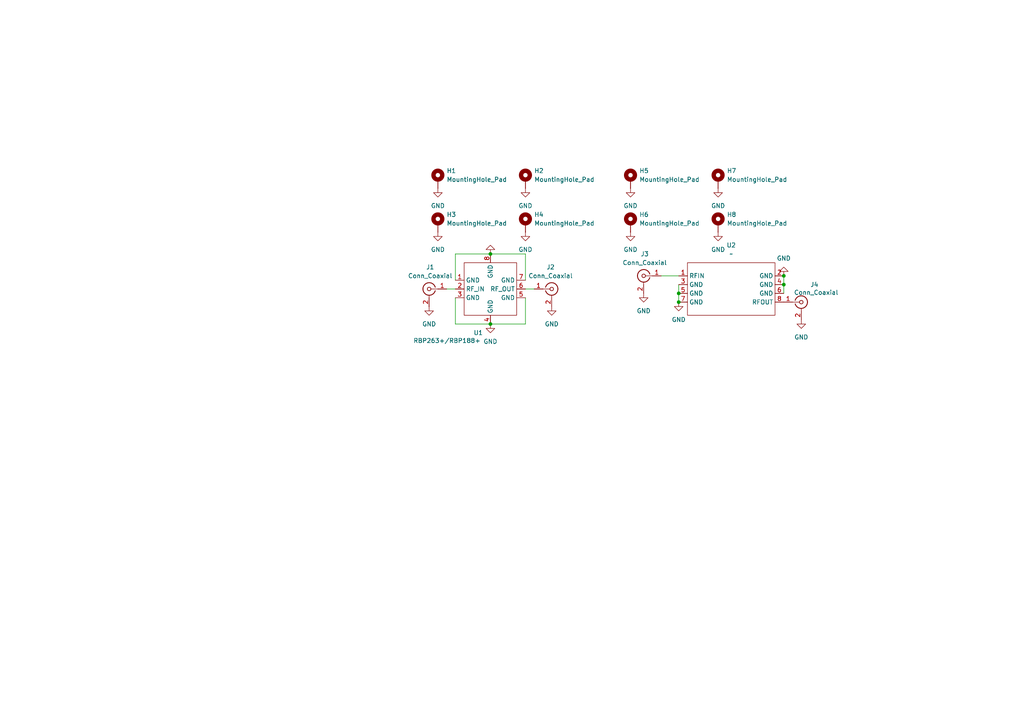
<source format=kicad_sch>
(kicad_sch (version 20250114) (generator "eeschema") (generator_version "9.0")
  (paper "A4")
  (lib_symbols
    (symbol "Connector:Conn_Coaxial" (pin_names (offset 1.016) (hide yes))
      (property "Reference" "J" (at 0.254 3.048 0))
      (property "Value" "Conn_Coaxial" (at 2.921 0 90))
      (symbol "Conn_Coaxial_0_1"
        (polyline (pts (xy -2.54 0) (xy -0.508 0)))
        (arc (start 1.778 0) (mid 0.222 -1.8079) (end -1.778 -0.508) (stroke (width 0.254)))
        (arc (start -1.778 0.508) (mid 0.2221 1.8084) (end 1.778 0) (stroke (width 0.254)))
        (circle (center 0 0) (radius 0.508) (stroke (width 0.2032)))
        (polyline (pts (xy 0 -2.54) (xy 0 -1.778)))
      )
      (symbol "Conn_Coaxial_1_1"
        (pin passive line (at -5.08 0 0) (length 2.54) (name "In") (number "1"))
        (pin passive line (at 0 -5.08 90) (length 2.54) (name "Ext") (number "2"))
      )
    )
    (symbol "Mechanical:MountingHole_Pad" (pin_numbers (hide yes)) (pin_names (offset 1.016) (hide yes)) (in_bom no)
      (property "Reference" "H" (at 0 6.35 0))
      (property "Value" "MountingHole_Pad" (at 0 4.445 0))
      (symbol "MountingHole_Pad_0_1"
        (circle (center 0 1.27) (radius 1.27) (stroke (width 1.27)))
      )
      (symbol "MountingHole_Pad_1_1"
        (pin input line (at 0 -2.54 90) (length 2.54) (name "1") (number "1"))
      )
    )
    (symbol "minicircuits:BSF-108+"
      (property "Reference" "U" (at 0.254 8.89 0))
      (symbol "BSF-108+_0_1"
        (rectangle (start -12.7 7.62) (end 12.7 -7.62))
      )
      (symbol "BSF-108+_1_1"
        (pin input line (at -15.24 3.81 0) (length 2.54) (name "RFIN") (number "1"))
        (pin input line (at -15.24 1.27 0) (length 2.54) (name "GND") (number "3"))
        (pin input line (at -15.24 -1.27 0) (length 2.54) (name "GND") (number "5"))
        (pin input line (at -15.24 -3.81 0) (length 2.54) (name "GND") (number "7"))
        (pin input line (at 15.24 3.81 180) (length 2.54) (name "GND") (number "2"))
        (pin input line (at 15.24 1.27 180) (length 2.54) (name "GND") (number "4"))
        (pin input line (at 15.24 -1.27 180) (length 2.54) (name "GND") (number "6"))
        (pin output line (at 15.24 -3.81 180) (length 2.54) (name "RFOUT") (number "8"))
      )
    )
    (symbol "minicircuits:RBP263+"
      (property "Reference" "U" (at -5.08 9.906 0))
      (symbol "RBP263+_0_1"
        (rectangle (start -7.62 7.62) (end 7.62 -7.62))
      )
      (symbol "RBP263+_1_1"
        (pin input line (at -10.16 0 0) (length 2.54) (name "GND") (number "8"))
        (pin input line (at -2.54 10.16 270) (length 2.54) (name "GND") (number "7"))
        (pin input line (at -2.54 -10.16 90) (length 2.54) (name "GND") (number "1"))
        (pin input line (at 0 10.16 270) (length 2.54) (name "RF_OUT") (number "6"))
        (pin input line (at 0 -10.16 90) (length 2.54) (name "RF_IN") (number "2"))
        (pin input line (at 2.54 10.16 270) (length 2.54) (name "GND") (number "5"))
        (pin input line (at 2.54 -10.16 90) (length 2.54) (name "GND") (number "3"))
        (pin input line (at 10.16 0 180) (length 2.54) (name "GND") (number "4"))
      )
    )
    (symbol "power:GND" (power) (pin_numbers (hide yes)) (pin_names (offset 0) (hide yes))
      (property "Value" "GND" (at 0 -3.81 0))
      (symbol "GND_0_1"
        (polyline (pts (xy 0 0) (xy 0 -1.27) (xy 1.27 -1.27) (xy 0 -2.54) (xy -1.27 -1.27) (xy 0 -1.27)))
      )
      (symbol "GND_1_1"
        (pin power_in line (at 0 0 270) (length 0) (name "~") (number "1"))
      )
    )
  )
  (junction (at 196.85 87.63))
  (junction (at 142.24 73.66))
  (junction (at 196.85 85.09))
  (junction (at 227.33 80.01))
  (junction (at 227.33 82.55))
  (junction (at 142.24 93.98))
  (wire (pts (xy 129.54 83.82) (xy 132.08 83.82)))
  (wire (pts (xy 191.77 80.01) (xy 196.85 80.01)))
  (wire (pts (xy 152.4 86.36) (xy 152.4 93.98)))
  (wire (pts (xy 152.4 93.98) (xy 142.24 93.98)))
  (wire (pts (xy 132.08 73.66) (xy 142.24 73.66)))
  (wire (pts (xy 227.33 80.01) (xy 227.33 82.55)))
  (wire (pts (xy 196.85 85.09) (xy 196.85 87.63)))
  (wire (pts (xy 152.4 73.66) (xy 142.24 73.66)))
  (wire (pts (xy 132.08 81.28) (xy 132.08 73.66)))
  (wire (pts (xy 132.08 93.98) (xy 132.08 86.36)))
  (wire (pts (xy 196.85 82.55) (xy 196.85 85.09)))
  (wire (pts (xy 142.24 93.98) (xy 132.08 93.98)))
  (wire (pts (xy 227.33 82.55) (xy 227.33 85.09)))
  (wire (pts (xy 152.4 81.28) (xy 152.4 73.66)))
  (wire (pts (xy 152.4 83.82) (xy 154.94 83.82)))
  (symbol (lib_id "power:GND") (at 160.02 88.9 0) (unit 1)
    (property "Reference" "#PWR04" (effects (hide yes)))
    (property "Value" "GND" (at 160.02 93.98 0))
    (property "Description" "Power symbol creates a global label with name \"GND\" , ground" (effects (hide yes)))
  )
  (symbol (lib_id "power:GND") (at 182.88 67.31 0) (unit 1)
    (property "Reference" "#PWR010" (effects (hide yes)))
    (property "Value" "GND" (at 182.88 72.39 0))
    (property "Description" "Power symbol creates a global label with name \"GND\" , ground" (effects (hide yes)))
  )
  (symbol (lib_id "power:GND") (at 208.28 54.61 0) (unit 1)
    (property "Reference" "#PWR012" (effects (hide yes)))
    (property "Value" "GND" (at 208.28 59.69 0))
    (property "Description" "Power symbol creates a global label with name \"GND\" , ground" (effects (hide yes)))
  )
  (symbol (lib_id "minicircuits:BSF-108+") (at 212.09 83.82 0) (unit 1)
    (property "Reference" "U2" (at 212.09 71.12 0))
    (property "Value" "~" (at 212.09 73.66 0))
    (property "Footprint" "minickts_kicad:Mini-Circuits_HF1139_LandPatternPL-230" (effects (hide yes)))
  )
  (symbol (lib_id "power:GND") (at 208.28 67.31 0) (unit 1)
    (property "Reference" "#PWR013" (effects (hide yes)))
    (property "Value" "GND" (at 208.28 72.39 0))
    (property "Description" "Power symbol creates a global label with name \"GND\" , ground" (effects (hide yes)))
  )
  (symbol (lib_id "power:GND") (at 127 54.61 0) (unit 1)
    (property "Reference" "#PWR05" (effects (hide yes)))
    (property "Value" "GND" (at 127 59.69 0))
    (property "Description" "Power symbol creates a global label with name \"GND\" , ground" (effects (hide yes)))
  )
  (symbol (lib_id "power:GND") (at 186.69 85.09 0) (unit 1)
    (property "Reference" "#PWR015" (effects (hide yes)))
    (property "Value" "GND" (at 186.69 90.17 0))
    (property "Description" "Power symbol creates a global label with name \"GND\" , ground" (effects (hide yes)))
  )
  (symbol (lib_id "power:GND") (at 227.33 80.01 180) (unit 1)
    (property "Reference" "#PWR011" (effects (hide yes)))
    (property "Value" "GND" (at 227.33 74.93 0))
    (property "Description" "Power symbol creates a global label with name \"GND\" , ground" (effects (hide yes)))
  )
  (symbol (lib_id "Mechanical:MountingHole_Pad") (at 127 64.77 0) (unit 1) (in_bom no)
    (property "Reference" "H3" (at 129.54 62.2299 0) (effects (justify left)))
    (property "Value" "MountingHole_Pad" (at 129.54 64.7699 0) (effects (justify left)))
    (property "Footprint" "MountingHole:MountingHole_2.2mm_M2_DIN965_Pad" (effects (hide yes)))
    (property "Description" "Mounting Hole with connection" (effects (hide yes)))
  )
  (symbol (lib_id "power:GND") (at 196.85 87.63 0) (unit 1)
    (property "Reference" "#PWR014" (effects (hide yes)))
    (property "Value" "GND" (at 196.85 92.71 0))
    (property "Description" "Power symbol creates a global label with name \"GND\" , ground" (effects (hide yes)))
  )
  (symbol (lib_id "power:GND") (at 152.4 67.31 0) (unit 1)
    (property "Reference" "#PWR07" (effects (hide yes)))
    (property "Value" "GND" (at 152.4 72.39 0))
    (property "Description" "Power symbol creates a global label with name \"GND\" , ground" (effects (hide yes)))
  )
  (symbol (lib_id "Mechanical:MountingHole_Pad") (at 208.28 52.07 0) (unit 1) (in_bom no)
    (property "Reference" "H7" (at 210.82 49.5299 0) (effects (justify left)))
    (property "Value" "MountingHole_Pad" (at 210.82 52.0699 0) (effects (justify left)))
    (property "Footprint" "MountingHole:MountingHole_2.2mm_M2_DIN965_Pad" (effects (hide yes)))
    (property "Description" "Mounting Hole with connection" (effects (hide yes)))
  )
  (symbol (lib_id "Connector:Conn_Coaxial") (at 160.02 83.82 0) (unit 1)
    (property "Reference" "J2" (at 159.7026 77.47 0))
    (property "Value" "Conn_Coaxial" (at 159.7026 80.01 0))
    (property "Footprint" "Connector_Coaxial:SMA_Amphenol_132289_EdgeMount" (effects (hide yes)))
    (property "Description" "coaxial connector (BNC, SMA, SMB, SMC, Cinch/RCA, LEMO, ...)" (effects (hide yes)))
  )
  (symbol (lib_id "Connector:Conn_Coaxial") (at 232.41 87.63 0) (unit 1)
    (property "Reference" "J4" (at 236.22 82.55 0))
    (property "Value" "Conn_Coaxial" (at 236.728 84.836 0))
    (property "Footprint" "Connector_Coaxial:SMA_Amphenol_132289_EdgeMount" (effects (hide yes)))
    (property "Description" "coaxial connector (BNC, SMA, SMB, SMC, Cinch/RCA, LEMO, ...)" (effects (hide yes)))
  )
  (symbol (lib_id "Mechanical:MountingHole_Pad") (at 127 52.07 0) (unit 1) (in_bom no)
    (property "Reference" "H1" (at 129.54 49.5299 0) (effects (justify left)))
    (property "Value" "MountingHole_Pad" (at 129.54 52.0699 0) (effects (justify left)))
    (property "Footprint" "MountingHole:MountingHole_2.2mm_M2_DIN965_Pad" (effects (hide yes)))
    (property "Description" "Mounting Hole with connection" (effects (hide yes)))
  )
  (symbol (lib_id "Mechanical:MountingHole_Pad") (at 208.28 64.77 0) (unit 1) (in_bom no)
    (property "Reference" "H8" (at 210.82 62.2299 0) (effects (justify left)))
    (property "Value" "MountingHole_Pad" (at 210.82 64.7699 0) (effects (justify left)))
    (property "Footprint" "MountingHole:MountingHole_2.2mm_M2_DIN965_Pad" (effects (hide yes)))
    (property "Description" "Mounting Hole with connection" (effects (hide yes)))
  )
  (symbol (lib_id "power:GND") (at 142.24 93.98 0) (unit 1)
    (property "Reference" "#PWR01" (effects (hide yes)))
    (property "Value" "GND" (at 142.24 99.06 0))
    (property "Description" "Power symbol creates a global label with name \"GND\" , ground" (effects (hide yes)))
  )
  (symbol (lib_id "power:GND") (at 127 67.31 0) (unit 1)
    (property "Reference" "#PWR06" (effects (hide yes)))
    (property "Value" "GND" (at 127 72.39 0))
    (property "Description" "Power symbol creates a global label with name \"GND\" , ground" (effects (hide yes)))
  )
  (symbol (lib_id "Mechanical:MountingHole_Pad") (at 152.4 52.07 0) (unit 1) (in_bom no)
    (property "Reference" "H2" (at 154.94 49.5299 0) (effects (justify left)))
    (property "Value" "MountingHole_Pad" (at 154.94 52.0699 0) (effects (justify left)))
    (property "Footprint" "MountingHole:MountingHole_2.2mm_M2_DIN965_Pad" (effects (hide yes)))
    (property "Description" "Mounting Hole with connection" (effects (hide yes)))
  )
  (symbol (lib_id "power:GND") (at 124.46 88.9 0) (unit 1)
    (property "Reference" "#PWR03" (effects (hide yes)))
    (property "Value" "GND" (at 124.46 93.98 0))
    (property "Description" "Power symbol creates a global label with name \"GND\" , ground" (effects (hide yes)))
  )
  (symbol (lib_id "power:GND") (at 182.88 54.61 0) (unit 1)
    (property "Reference" "#PWR09" (effects (hide yes)))
    (property "Value" "GND" (at 182.88 59.69 0))
    (property "Description" "Power symbol creates a global label with name \"GND\" , ground" (effects (hide yes)))
  )
  (symbol (lib_id "Mechanical:MountingHole_Pad") (at 152.4 64.77 0) (unit 1) (in_bom no)
    (property "Reference" "H4" (at 154.94 62.2299 0) (effects (justify left)))
    (property "Value" "MountingHole_Pad" (at 154.94 64.7699 0) (effects (justify left)))
    (property "Footprint" "MountingHole:MountingHole_2.2mm_M2_DIN965_Pad" (effects (hide yes)))
    (property "Description" "Mounting Hole with connection" (effects (hide yes)))
  )
  (symbol (lib_id "Mechanical:MountingHole_Pad") (at 182.88 64.77 0) (unit 1) (in_bom no)
    (property "Reference" "H6" (at 185.42 62.2299 0) (effects (justify left)))
    (property "Value" "MountingHole_Pad" (at 185.42 64.7699 0) (effects (justify left)))
    (property "Footprint" "MountingHole:MountingHole_2.2mm_M2_DIN965_Pad" (effects (hide yes)))
    (property "Description" "Mounting Hole with connection" (effects (hide yes)))
  )
  (symbol (lib_id "power:GND") (at 142.24 73.66 180) (unit 1)
    (property "Reference" "#PWR02" (effects (hide yes)))
    (property "Value" "GND" (effects (hide yes)))
    (property "Description" "Power symbol creates a global label with name \"GND\" , ground" (effects (hide yes)))
  )
  (symbol (lib_id "minicircuits:RBP263+") (at 142.24 83.82 270) (unit 1)
    (property "Reference" "U1" (at 140.0967 96.52 90) (effects (justify right)))
    (property "Value" "RBP263+/RBP188+" (at 139.446 98.806 90) (effects (justify right)))
    (property "Footprint" "minickts_kicad:Mini-Circuits_GP731_LandPatternPL-176" (effects (hide yes)))
  )
  (symbol (lib_id "Mechanical:MountingHole_Pad") (at 182.88 52.07 0) (unit 1) (in_bom no)
    (property "Reference" "H5" (at 185.42 49.5299 0) (effects (justify left)))
    (property "Value" "MountingHole_Pad" (at 185.42 52.0699 0) (effects (justify left)))
    (property "Footprint" "MountingHole:MountingHole_2.2mm_M2_DIN965_Pad" (effects (hide yes)))
    (property "Description" "Mounting Hole with connection" (effects (hide yes)))
  )
  (symbol (lib_id "power:GND") (at 152.4 54.61 0) (unit 1)
    (property "Reference" "#PWR08" (effects (hide yes)))
    (property "Value" "GND" (at 152.4 59.69 0))
    (property "Description" "Power symbol creates a global label with name \"GND\" , ground" (effects (hide yes)))
  )
  (symbol (lib_id "Connector:Conn_Coaxial") (at 124.46 83.82 0) (mirror y) (unit 1)
    (property "Reference" "J1" (at 124.7774 77.47 0))
    (property "Value" "Conn_Coaxial" (at 124.7774 80.01 0))
    (property "Footprint" "Connector_Coaxial:SMA_Amphenol_132289_EdgeMount" (effects (hide yes)))
    (property "Description" "coaxial connector (BNC, SMA, SMB, SMC, Cinch/RCA, LEMO, ...)" (effects (hide yes)))
  )
  (symbol (lib_id "Connector:Conn_Coaxial") (at 186.69 80.01 0) (mirror y) (unit 1)
    (property "Reference" "J3" (at 187.0074 73.66 0))
    (property "Value" "Conn_Coaxial" (at 187.0074 76.2 0))
    (property "Footprint" "Connector_Coaxial:SMA_Amphenol_132289_EdgeMount" (effects (hide yes)))
    (property "Description" "coaxial connector (BNC, SMA, SMB, SMC, Cinch/RCA, LEMO, ...)" (effects (hide yes)))
  )
  (symbol (lib_id "power:GND") (at 232.41 92.71 0) (unit 1)
    (property "Reference" "#PWR016" (effects (hide yes)))
    (property "Value" "GND" (at 232.41 97.79 0))
    (property "Description" "Power symbol creates a global label with name \"GND\" , ground" (effects (hide yes)))
  )
)
</source>
